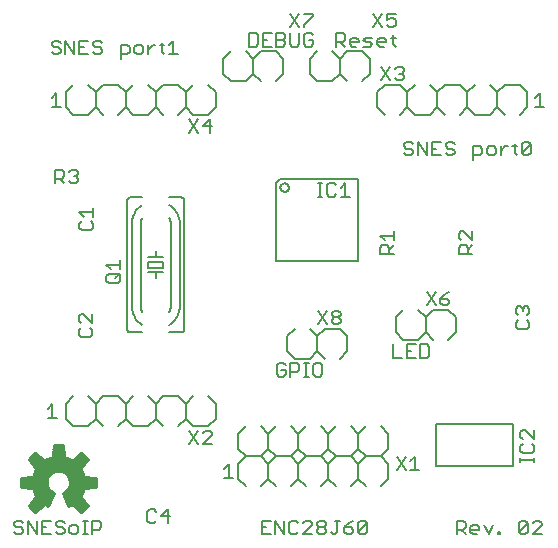
<source format=gto>
G75*
%MOIN*%
%OFA0B0*%
%FSLAX24Y24*%
%IPPOS*%
%LPD*%
%AMOC8*
5,1,8,0,0,1.08239X$1,22.5*
%
%ADD10C,0.0100*%
%ADD11C,0.0050*%
%ADD12C,0.0060*%
%ADD13C,0.0080*%
D10*
X002152Y002218D02*
X002465Y002218D01*
X002344Y002119D02*
X002251Y002119D01*
X002293Y002077D02*
X002077Y002293D01*
X002334Y002607D01*
X002288Y002690D01*
X002251Y002778D01*
X002225Y002869D01*
X001822Y002910D01*
X001822Y003215D01*
X002225Y003256D01*
X002251Y003347D01*
X002288Y003435D01*
X002334Y003518D01*
X002077Y003832D01*
X002293Y004047D01*
X002607Y003791D01*
X002690Y003837D01*
X002778Y003873D01*
X002869Y003900D01*
X002910Y004303D01*
X003215Y004303D01*
X003256Y003900D01*
X003347Y003873D01*
X003435Y003837D01*
X003518Y003791D01*
X003832Y004047D01*
X004047Y003832D01*
X003791Y003518D01*
X003837Y003435D01*
X003873Y003347D01*
X003900Y003256D01*
X004303Y003215D01*
X004303Y002910D01*
X003900Y002869D01*
X003873Y002778D01*
X003837Y002690D01*
X003791Y002607D01*
X004047Y002293D01*
X003832Y002077D01*
X003518Y002334D01*
X003456Y002298D01*
X003391Y002268D01*
X003212Y002702D01*
X003277Y002736D01*
X003334Y002782D01*
X003382Y002837D01*
X003418Y002901D01*
X003442Y002970D01*
X003453Y003042D01*
X003449Y003116D01*
X003433Y003187D01*
X003403Y003254D01*
X003361Y003314D01*
X003309Y003365D01*
X003248Y003406D01*
X003181Y003435D01*
X003109Y003450D01*
X003036Y003452D01*
X002963Y003440D01*
X002895Y003415D01*
X002832Y003378D01*
X002777Y003329D01*
X002732Y003271D01*
X002699Y003206D01*
X002679Y003135D01*
X002672Y003062D01*
X002677Y002997D01*
X002694Y002933D01*
X002721Y002873D01*
X002757Y002819D01*
X002802Y002771D01*
X002855Y002732D01*
X002913Y002702D01*
X002734Y002268D01*
X002669Y002298D01*
X002607Y002334D01*
X002293Y002077D01*
X002097Y002316D02*
X002586Y002316D01*
X002637Y002316D02*
X002753Y002316D01*
X002794Y002415D02*
X002177Y002415D01*
X002257Y002513D02*
X002835Y002513D01*
X002876Y002612D02*
X002331Y002612D01*
X002279Y002710D02*
X002896Y002710D01*
X002766Y002809D02*
X002242Y002809D01*
X001848Y002907D02*
X002705Y002907D01*
X002677Y003006D02*
X001822Y003006D01*
X001822Y003104D02*
X002676Y003104D01*
X002698Y003203D02*
X001822Y003203D01*
X002238Y003301D02*
X002756Y003301D01*
X002869Y003400D02*
X002273Y003400D01*
X002323Y003498D02*
X003802Y003498D01*
X003851Y003400D02*
X003257Y003400D01*
X003370Y003301D02*
X003887Y003301D01*
X003856Y003597D02*
X002269Y003597D01*
X002189Y003695D02*
X003936Y003695D01*
X004016Y003794D02*
X003521Y003794D01*
X003513Y003794D02*
X002612Y003794D01*
X002604Y003794D02*
X002108Y003794D01*
X002138Y003892D02*
X002483Y003892D01*
X002362Y003991D02*
X002236Y003991D01*
X002844Y003892D02*
X003281Y003892D01*
X003246Y003991D02*
X002878Y003991D01*
X002888Y004089D02*
X003236Y004089D01*
X003226Y004188D02*
X002898Y004188D01*
X002908Y004286D02*
X003216Y004286D01*
X003642Y003892D02*
X003987Y003892D01*
X003888Y003991D02*
X003763Y003991D01*
X003426Y003203D02*
X004303Y003203D01*
X004303Y003104D02*
X003450Y003104D01*
X003447Y003006D02*
X004303Y003006D01*
X004277Y002907D02*
X003420Y002907D01*
X003357Y002809D02*
X003882Y002809D01*
X003845Y002710D02*
X003229Y002710D01*
X003249Y002612D02*
X003794Y002612D01*
X003868Y002513D02*
X003290Y002513D01*
X003331Y002415D02*
X003948Y002415D01*
X004028Y002316D02*
X003539Y002316D01*
X003488Y002316D02*
X003371Y002316D01*
X003660Y002218D02*
X003972Y002218D01*
X003874Y002119D02*
X003780Y002119D01*
D11*
X001662Y001337D02*
X001587Y001412D01*
X001662Y001337D02*
X001813Y001337D01*
X001888Y001412D01*
X001888Y001488D01*
X001813Y001563D01*
X001662Y001563D01*
X001587Y001638D01*
X001587Y001713D01*
X001662Y001788D01*
X001813Y001788D01*
X001888Y001713D01*
X002048Y001788D02*
X002348Y001337D01*
X002348Y001788D01*
X002508Y001788D02*
X002508Y001337D01*
X002808Y001337D01*
X002969Y001412D02*
X003044Y001337D01*
X003194Y001337D01*
X003269Y001412D01*
X003269Y001488D01*
X003194Y001563D01*
X003044Y001563D01*
X002969Y001638D01*
X002969Y001713D01*
X003044Y001788D01*
X003194Y001788D01*
X003269Y001713D01*
X003429Y001563D02*
X003429Y001412D01*
X003504Y001337D01*
X003654Y001337D01*
X003729Y001412D01*
X003729Y001563D01*
X003654Y001638D01*
X003504Y001638D01*
X003429Y001563D01*
X003889Y001788D02*
X004039Y001788D01*
X003964Y001788D02*
X003964Y001337D01*
X003889Y001337D02*
X004039Y001337D01*
X004196Y001337D02*
X004196Y001788D01*
X004421Y001788D01*
X004497Y001713D01*
X004497Y001563D01*
X004421Y001488D01*
X004196Y001488D01*
X002808Y001788D02*
X002508Y001788D01*
X002508Y001563D02*
X002658Y001563D01*
X002048Y001337D02*
X002048Y001788D01*
X002712Y005212D02*
X003013Y005212D01*
X002863Y005212D02*
X002863Y005663D01*
X002712Y005513D01*
X003812Y007917D02*
X003737Y007992D01*
X003737Y008142D01*
X003812Y008217D01*
X003812Y008377D02*
X003737Y008452D01*
X003737Y008602D01*
X003812Y008677D01*
X003887Y008677D01*
X004187Y008377D01*
X004187Y008677D01*
X004112Y008217D02*
X004187Y008142D01*
X004187Y007992D01*
X004112Y007917D01*
X003812Y007917D01*
X005512Y008962D02*
X005512Y011662D01*
X005812Y011662D02*
X005812Y008962D01*
X005512Y008962D02*
X005514Y008906D01*
X005520Y008851D01*
X005529Y008796D01*
X005543Y008742D01*
X005560Y008689D01*
X005581Y008638D01*
X005605Y008588D01*
X005633Y008540D01*
X005664Y008493D01*
X005698Y008449D01*
X005735Y008408D01*
X005775Y008369D01*
X005817Y008333D01*
X005862Y008301D01*
X006762Y008301D02*
X006807Y008333D01*
X006849Y008369D01*
X006889Y008408D01*
X006926Y008450D01*
X006960Y008493D01*
X006991Y008540D01*
X007019Y008588D01*
X007043Y008638D01*
X007064Y008689D01*
X007081Y008742D01*
X007095Y008796D01*
X007104Y008851D01*
X007110Y008906D01*
X007112Y008962D01*
X007112Y011662D01*
X006812Y011662D02*
X006812Y008962D01*
X006811Y008924D01*
X006806Y008887D01*
X006799Y008850D01*
X006790Y008814D01*
X006777Y008778D01*
X006762Y008744D01*
X005862Y008744D02*
X005847Y008778D01*
X005834Y008814D01*
X005825Y008850D01*
X005818Y008887D01*
X005813Y008924D01*
X005812Y008962D01*
X005037Y009712D02*
X005112Y009787D01*
X005112Y009938D01*
X005037Y010013D01*
X004737Y010013D01*
X004662Y009938D01*
X004662Y009787D01*
X004737Y009712D01*
X005037Y009712D01*
X004962Y009863D02*
X005112Y010013D01*
X005112Y010173D02*
X005112Y010473D01*
X005112Y010323D02*
X004662Y010323D01*
X004812Y010173D01*
X004137Y011462D02*
X003837Y011462D01*
X003762Y011537D01*
X003762Y011688D01*
X003837Y011763D01*
X003912Y011923D02*
X003762Y012073D01*
X004212Y012073D01*
X004212Y011923D02*
X004212Y012223D01*
X004137Y011763D02*
X004212Y011688D01*
X004212Y011537D01*
X004137Y011462D01*
X003648Y013037D02*
X003498Y013037D01*
X003423Y013112D01*
X003263Y013037D02*
X003113Y013188D01*
X003188Y013188D02*
X002962Y013188D01*
X002962Y013037D02*
X002962Y013488D01*
X003188Y013488D01*
X003263Y013413D01*
X003263Y013263D01*
X003188Y013188D01*
X003423Y013413D02*
X003498Y013488D01*
X003648Y013488D01*
X003723Y013413D01*
X003723Y013338D01*
X003648Y013263D01*
X003723Y013188D01*
X003723Y013112D01*
X003648Y013037D01*
X003648Y013263D02*
X003573Y013263D01*
X003138Y015587D02*
X002837Y015587D01*
X002988Y015587D02*
X002988Y016038D01*
X002837Y015888D01*
X002912Y017337D02*
X002837Y017412D01*
X002912Y017337D02*
X003063Y017337D01*
X003138Y017412D01*
X003138Y017488D01*
X003063Y017563D01*
X002912Y017563D01*
X002837Y017638D01*
X002837Y017713D01*
X002912Y017788D01*
X003063Y017788D01*
X003138Y017713D01*
X003298Y017788D02*
X003598Y017337D01*
X003598Y017788D01*
X003758Y017788D02*
X003758Y017337D01*
X004058Y017337D01*
X004219Y017412D02*
X004294Y017337D01*
X004444Y017337D01*
X004519Y017412D01*
X004519Y017488D01*
X004444Y017563D01*
X004294Y017563D01*
X004219Y017638D01*
X004219Y017713D01*
X004294Y017788D01*
X004444Y017788D01*
X004519Y017713D01*
X004058Y017788D02*
X003758Y017788D01*
X003758Y017563D02*
X003908Y017563D01*
X003298Y017337D02*
X003298Y017788D01*
X005139Y017638D02*
X005139Y017187D01*
X005139Y017337D02*
X005365Y017337D01*
X005440Y017412D01*
X005440Y017563D01*
X005365Y017638D01*
X005139Y017638D01*
X005600Y017563D02*
X005600Y017412D01*
X005675Y017337D01*
X005825Y017337D01*
X005900Y017412D01*
X005900Y017563D01*
X005825Y017638D01*
X005675Y017638D01*
X005600Y017563D01*
X006060Y017638D02*
X006060Y017337D01*
X006060Y017488D02*
X006210Y017638D01*
X006285Y017638D01*
X006444Y017638D02*
X006594Y017638D01*
X006519Y017713D02*
X006519Y017412D01*
X006594Y017337D01*
X006751Y017337D02*
X007051Y017337D01*
X006901Y017337D02*
X006901Y017788D01*
X006751Y017638D01*
X007432Y015163D02*
X007733Y014712D01*
X007893Y014938D02*
X008193Y014938D01*
X008118Y015163D02*
X008118Y014712D01*
X007893Y014938D02*
X008118Y015163D01*
X007733Y015163D02*
X007432Y014712D01*
X005862Y012323D02*
X005817Y012291D01*
X005775Y012255D01*
X005735Y012216D01*
X005698Y012174D01*
X005664Y012131D01*
X005633Y012084D01*
X005605Y012036D01*
X005581Y011986D01*
X005560Y011935D01*
X005543Y011882D01*
X005529Y011828D01*
X005520Y011773D01*
X005514Y011718D01*
X005512Y011662D01*
X005812Y011662D02*
X005813Y011700D01*
X005818Y011737D01*
X005825Y011774D01*
X005834Y011810D01*
X005847Y011846D01*
X005862Y011880D01*
X006762Y011880D02*
X006777Y011846D01*
X006790Y011810D01*
X006799Y011774D01*
X006806Y011737D01*
X006811Y011700D01*
X006812Y011662D01*
X007112Y011662D02*
X007110Y011718D01*
X007104Y011773D01*
X007095Y011828D01*
X007081Y011882D01*
X007064Y011935D01*
X007043Y011986D01*
X007019Y012036D01*
X006991Y012084D01*
X006960Y012131D01*
X006926Y012175D01*
X006889Y012216D01*
X006849Y012255D01*
X006807Y012291D01*
X006762Y012323D01*
X006312Y010762D02*
X006312Y010562D01*
X006312Y010062D02*
X006312Y009862D01*
X010337Y006963D02*
X010337Y006662D01*
X010412Y006587D01*
X010563Y006587D01*
X010638Y006662D01*
X010638Y006813D01*
X010488Y006813D01*
X010638Y006963D02*
X010563Y007038D01*
X010412Y007038D01*
X010337Y006963D01*
X010798Y007038D02*
X010798Y006587D01*
X010798Y006738D02*
X011023Y006738D01*
X011098Y006813D01*
X011098Y006963D01*
X011023Y007038D01*
X010798Y007038D01*
X011258Y007038D02*
X011408Y007038D01*
X011333Y007038D02*
X011333Y006587D01*
X011258Y006587D02*
X011408Y006587D01*
X011565Y006662D02*
X011640Y006587D01*
X011790Y006587D01*
X011865Y006662D01*
X011865Y006963D01*
X011790Y007038D01*
X011640Y007038D01*
X011565Y006963D01*
X011565Y006662D01*
X011712Y008337D02*
X012013Y008788D01*
X012173Y008713D02*
X012173Y008638D01*
X012248Y008563D01*
X012398Y008563D01*
X012473Y008488D01*
X012473Y008412D01*
X012398Y008337D01*
X012248Y008337D01*
X012173Y008412D01*
X012173Y008488D01*
X012248Y008563D01*
X012398Y008563D02*
X012473Y008638D01*
X012473Y008713D01*
X012398Y008788D01*
X012248Y008788D01*
X012173Y008713D01*
X012013Y008337D02*
X011712Y008788D01*
X013787Y010667D02*
X013787Y010892D01*
X013862Y010967D01*
X014012Y010967D01*
X014087Y010892D01*
X014087Y010667D01*
X014087Y010817D02*
X014237Y010967D01*
X014237Y011127D02*
X014237Y011427D01*
X014237Y011277D02*
X013787Y011277D01*
X013937Y011127D01*
X013787Y010667D02*
X014237Y010667D01*
X015337Y009413D02*
X015638Y008962D01*
X015798Y009037D02*
X015798Y009188D01*
X016023Y009188D01*
X016098Y009113D01*
X016098Y009037D01*
X016023Y008962D01*
X015873Y008962D01*
X015798Y009037D01*
X015798Y009188D02*
X015948Y009338D01*
X016098Y009413D01*
X015638Y009413D02*
X015337Y008962D01*
X015358Y007663D02*
X015133Y007663D01*
X015133Y007212D01*
X015358Y007212D01*
X015433Y007287D01*
X015433Y007588D01*
X015358Y007663D01*
X014973Y007663D02*
X014673Y007663D01*
X014673Y007212D01*
X014973Y007212D01*
X014823Y007438D02*
X014673Y007438D01*
X014513Y007212D02*
X014212Y007212D01*
X014212Y007663D01*
X016412Y010667D02*
X016412Y010892D01*
X016487Y010967D01*
X016637Y010967D01*
X016712Y010892D01*
X016712Y010667D01*
X016712Y010817D02*
X016862Y010967D01*
X016862Y011127D02*
X016562Y011427D01*
X016487Y011427D01*
X016412Y011352D01*
X016412Y011202D01*
X016487Y011127D01*
X016862Y011127D02*
X016862Y011427D01*
X016862Y010667D02*
X016412Y010667D01*
X018312Y008852D02*
X018387Y008927D01*
X018462Y008927D01*
X018537Y008852D01*
X018612Y008927D01*
X018687Y008927D01*
X018762Y008852D01*
X018762Y008702D01*
X018687Y008627D01*
X018687Y008467D02*
X018762Y008392D01*
X018762Y008242D01*
X018687Y008167D01*
X018387Y008167D01*
X018312Y008242D01*
X018312Y008392D01*
X018387Y008467D01*
X018387Y008627D02*
X018312Y008702D01*
X018312Y008852D01*
X018537Y008852D02*
X018537Y008777D01*
X018537Y004802D02*
X018462Y004727D01*
X018462Y004577D01*
X018537Y004502D01*
X018537Y004342D02*
X018462Y004267D01*
X018462Y004117D01*
X018537Y004042D01*
X018837Y004042D01*
X018912Y004117D01*
X018912Y004267D01*
X018837Y004342D01*
X018912Y004502D02*
X018612Y004802D01*
X018537Y004802D01*
X018912Y004802D02*
X018912Y004502D01*
X018912Y003885D02*
X018912Y003735D01*
X018912Y003810D02*
X018462Y003810D01*
X018462Y003735D02*
X018462Y003885D01*
X018484Y001788D02*
X018634Y001788D01*
X018709Y001713D01*
X018409Y001412D01*
X018484Y001337D01*
X018634Y001337D01*
X018709Y001412D01*
X018709Y001713D01*
X018870Y001713D02*
X018945Y001788D01*
X019095Y001788D01*
X019170Y001713D01*
X019170Y001638D01*
X018870Y001337D01*
X019170Y001337D01*
X018409Y001412D02*
X018409Y001713D01*
X018484Y001788D01*
X017794Y001412D02*
X017794Y001337D01*
X017719Y001337D01*
X017719Y001412D01*
X017794Y001412D01*
X017558Y001638D02*
X017408Y001337D01*
X017258Y001638D01*
X017098Y001563D02*
X017098Y001488D01*
X016798Y001488D01*
X016798Y001563D02*
X016873Y001638D01*
X017023Y001638D01*
X017098Y001563D01*
X017023Y001337D02*
X016873Y001337D01*
X016798Y001412D01*
X016798Y001563D01*
X016638Y001563D02*
X016563Y001488D01*
X016337Y001488D01*
X016488Y001488D02*
X016638Y001337D01*
X016638Y001563D02*
X016638Y001713D01*
X016563Y001788D01*
X016337Y001788D01*
X016337Y001337D01*
X015098Y003462D02*
X014798Y003462D01*
X014948Y003462D02*
X014948Y003913D01*
X014798Y003763D01*
X014638Y003913D02*
X014337Y003462D01*
X014638Y003462D02*
X014337Y003913D01*
X013285Y001788D02*
X013360Y001713D01*
X013060Y001412D01*
X013135Y001337D01*
X013285Y001337D01*
X013360Y001412D01*
X013360Y001713D01*
X013285Y001788D02*
X013135Y001788D01*
X013060Y001713D01*
X013060Y001412D01*
X012900Y001412D02*
X012900Y001488D01*
X012825Y001563D01*
X012600Y001563D01*
X012600Y001412D01*
X012675Y001337D01*
X012825Y001337D01*
X012900Y001412D01*
X012600Y001563D02*
X012750Y001713D01*
X012900Y001788D01*
X012440Y001788D02*
X012289Y001788D01*
X012365Y001788D02*
X012365Y001412D01*
X012289Y001337D01*
X012214Y001337D01*
X012139Y001412D01*
X011979Y001412D02*
X011979Y001488D01*
X011904Y001563D01*
X011754Y001563D01*
X011679Y001638D01*
X011679Y001713D01*
X011754Y001788D01*
X011904Y001788D01*
X011979Y001713D01*
X011979Y001638D01*
X011904Y001563D01*
X011754Y001563D02*
X011679Y001488D01*
X011679Y001412D01*
X011754Y001337D01*
X011904Y001337D01*
X011979Y001412D01*
X011519Y001337D02*
X011219Y001337D01*
X011519Y001638D01*
X011519Y001713D01*
X011444Y001788D01*
X011294Y001788D01*
X011219Y001713D01*
X011058Y001713D02*
X010983Y001788D01*
X010833Y001788D01*
X010758Y001713D01*
X010758Y001412D01*
X010833Y001337D01*
X010983Y001337D01*
X011058Y001412D01*
X010598Y001337D02*
X010598Y001788D01*
X010298Y001788D02*
X010298Y001337D01*
X010138Y001337D02*
X009837Y001337D01*
X009837Y001788D01*
X010138Y001788D01*
X010298Y001788D02*
X010598Y001337D01*
X009988Y001563D02*
X009837Y001563D01*
X008888Y003212D02*
X008587Y003212D01*
X008738Y003212D02*
X008738Y003663D01*
X008587Y003513D01*
X008193Y004337D02*
X007893Y004337D01*
X008193Y004638D01*
X008193Y004713D01*
X008118Y004788D01*
X007968Y004788D01*
X007893Y004713D01*
X007733Y004788D02*
X007432Y004337D01*
X007733Y004337D02*
X007432Y004788D01*
X006717Y002163D02*
X006492Y001938D01*
X006792Y001938D01*
X006717Y002163D02*
X006717Y001712D01*
X006332Y001787D02*
X006256Y001712D01*
X006106Y001712D01*
X006031Y001787D01*
X006031Y002088D01*
X006106Y002163D01*
X006256Y002163D01*
X006332Y002088D01*
X011712Y012587D02*
X011863Y012587D01*
X011787Y012587D02*
X011787Y013038D01*
X011712Y013038D02*
X011863Y013038D01*
X012019Y012963D02*
X012019Y012662D01*
X012094Y012587D01*
X012245Y012587D01*
X012320Y012662D01*
X012480Y012587D02*
X012780Y012587D01*
X012630Y012587D02*
X012630Y013038D01*
X012480Y012888D01*
X012320Y012963D02*
X012245Y013038D01*
X012094Y013038D01*
X012019Y012963D01*
X014589Y014037D02*
X014664Y013962D01*
X014814Y013962D01*
X014889Y014037D01*
X014889Y014113D01*
X014814Y014188D01*
X014664Y014188D01*
X014589Y014263D01*
X014589Y014338D01*
X014664Y014413D01*
X014814Y014413D01*
X014889Y014338D01*
X015049Y014413D02*
X015349Y013962D01*
X015349Y014413D01*
X015509Y014413D02*
X015509Y013962D01*
X015810Y013962D01*
X015970Y014037D02*
X016045Y013962D01*
X016195Y013962D01*
X016270Y014037D01*
X016270Y014113D01*
X016195Y014188D01*
X016045Y014188D01*
X015970Y014263D01*
X015970Y014338D01*
X016045Y014413D01*
X016195Y014413D01*
X016270Y014338D01*
X015810Y014413D02*
X015509Y014413D01*
X015509Y014188D02*
X015660Y014188D01*
X015049Y013962D02*
X015049Y014413D01*
X016891Y014263D02*
X016891Y013812D01*
X016891Y013962D02*
X017116Y013962D01*
X017191Y014037D01*
X017191Y014188D01*
X017116Y014263D01*
X016891Y014263D01*
X017351Y014188D02*
X017351Y014037D01*
X017426Y013962D01*
X017576Y013962D01*
X017651Y014037D01*
X017651Y014188D01*
X017576Y014263D01*
X017426Y014263D01*
X017351Y014188D01*
X017811Y014263D02*
X017811Y013962D01*
X017811Y014113D02*
X017962Y014263D01*
X018037Y014263D01*
X018195Y014263D02*
X018345Y014263D01*
X018270Y014338D02*
X018270Y014037D01*
X018345Y013962D01*
X018502Y014037D02*
X018802Y014338D01*
X018802Y014037D01*
X018727Y013962D01*
X018577Y013962D01*
X018502Y014037D01*
X018502Y014338D01*
X018577Y014413D01*
X018727Y014413D01*
X018802Y014338D01*
X018962Y015587D02*
X019263Y015587D01*
X019113Y015587D02*
X019113Y016038D01*
X018962Y015888D01*
X014582Y016537D02*
X014507Y016462D01*
X014357Y016462D01*
X014282Y016537D01*
X014122Y016462D02*
X013822Y016913D01*
X014122Y016913D02*
X013822Y016462D01*
X014282Y016838D02*
X014357Y016913D01*
X014507Y016913D01*
X014582Y016838D01*
X014582Y016763D01*
X014507Y016688D01*
X014582Y016613D01*
X014582Y016537D01*
X014507Y016688D02*
X014432Y016688D01*
X014306Y017587D02*
X014231Y017662D01*
X014231Y017963D01*
X014155Y017888D02*
X014306Y017888D01*
X013995Y017813D02*
X013995Y017738D01*
X013695Y017738D01*
X013695Y017813D02*
X013770Y017888D01*
X013920Y017888D01*
X013995Y017813D01*
X013920Y017587D02*
X013770Y017587D01*
X013695Y017662D01*
X013695Y017813D01*
X013535Y017888D02*
X013310Y017888D01*
X013235Y017813D01*
X013310Y017738D01*
X013460Y017738D01*
X013535Y017662D01*
X013460Y017587D01*
X013235Y017587D01*
X013075Y017738D02*
X012774Y017738D01*
X012774Y017813D02*
X012849Y017888D01*
X012999Y017888D01*
X013075Y017813D01*
X013075Y017738D01*
X012999Y017587D02*
X012849Y017587D01*
X012774Y017662D01*
X012774Y017813D01*
X012614Y017813D02*
X012614Y017963D01*
X012539Y018038D01*
X012314Y018038D01*
X012314Y017587D01*
X012314Y017738D02*
X012539Y017738D01*
X012614Y017813D01*
X012464Y017738D02*
X012614Y017587D01*
X011552Y017662D02*
X011477Y017587D01*
X011327Y017587D01*
X011252Y017662D01*
X011252Y017963D01*
X011327Y018038D01*
X011477Y018038D01*
X011552Y017963D01*
X011552Y017813D02*
X011402Y017813D01*
X011552Y017813D02*
X011552Y017662D01*
X011092Y017662D02*
X011017Y017587D01*
X010867Y017587D01*
X010792Y017662D01*
X010792Y018038D01*
X010631Y017963D02*
X010631Y017888D01*
X010556Y017813D01*
X010331Y017813D01*
X010331Y018038D02*
X010331Y017587D01*
X010556Y017587D01*
X010631Y017662D01*
X010631Y017738D01*
X010556Y017813D01*
X010631Y017963D02*
X010556Y018038D01*
X010331Y018038D01*
X010171Y018038D02*
X009871Y018038D01*
X009871Y017587D01*
X010171Y017587D01*
X010021Y017813D02*
X009871Y017813D01*
X009711Y017963D02*
X009636Y018038D01*
X009410Y018038D01*
X009410Y017587D01*
X009636Y017587D01*
X009711Y017662D01*
X009711Y017963D01*
X010792Y018242D02*
X011092Y018693D01*
X011252Y018693D02*
X011552Y018693D01*
X011552Y018618D01*
X011252Y018317D01*
X011252Y018242D01*
X011092Y018242D02*
X010792Y018693D01*
X011092Y018038D02*
X011092Y017662D01*
X013542Y018242D02*
X013842Y018693D01*
X014002Y018693D02*
X014002Y018468D01*
X014152Y018543D01*
X014227Y018543D01*
X014302Y018468D01*
X014302Y018317D01*
X014227Y018242D01*
X014077Y018242D01*
X014002Y018317D01*
X013842Y018242D02*
X013542Y018693D01*
X014002Y018693D02*
X014302Y018693D01*
D12*
X013187Y017437D02*
X012687Y017437D01*
X012437Y017187D01*
X012187Y017437D01*
X012437Y017187D02*
X012437Y016687D01*
X012187Y016437D01*
X011687Y016437D01*
X011437Y016687D01*
X011437Y017187D01*
X011687Y017437D01*
X012437Y016687D02*
X012687Y016437D01*
X013187Y016437D02*
X013437Y016687D01*
X013437Y017187D01*
X013187Y017437D01*
X013937Y016312D02*
X014437Y016312D01*
X014687Y016062D01*
X014687Y015562D01*
X014437Y015312D01*
X014687Y015562D02*
X014937Y015312D01*
X015437Y015312D01*
X015687Y015562D01*
X015687Y016062D01*
X015437Y016312D01*
X015687Y016062D02*
X015937Y016312D01*
X016437Y016312D01*
X016687Y016062D01*
X016937Y016312D01*
X016687Y016062D02*
X016687Y015562D01*
X016437Y015312D01*
X016687Y015562D02*
X016937Y015312D01*
X017437Y015312D01*
X017687Y015562D01*
X017687Y016062D01*
X017437Y016312D01*
X017687Y016062D02*
X017937Y016312D01*
X018437Y016312D01*
X018687Y016062D01*
X018687Y015562D01*
X018437Y015312D01*
X017937Y015312D02*
X017687Y015562D01*
X015937Y015312D02*
X015687Y015562D01*
X014937Y016312D02*
X014687Y016062D01*
X013937Y016312D02*
X013687Y016062D01*
X013687Y015562D01*
X013937Y015312D01*
X013067Y013192D02*
X010447Y013192D01*
X010307Y013053D01*
X010307Y010432D01*
X013067Y010432D01*
X013067Y013192D01*
X010466Y012892D02*
X010468Y012915D01*
X010474Y012938D01*
X010483Y012959D01*
X010496Y012979D01*
X010512Y012996D01*
X010530Y013010D01*
X010550Y013021D01*
X010572Y013029D01*
X010595Y013033D01*
X010619Y013033D01*
X010642Y013029D01*
X010664Y013021D01*
X010684Y013010D01*
X010702Y012996D01*
X010718Y012979D01*
X010731Y012959D01*
X010740Y012938D01*
X010746Y012915D01*
X010748Y012892D01*
X010746Y012869D01*
X010740Y012846D01*
X010731Y012825D01*
X010718Y012805D01*
X010702Y012788D01*
X010684Y012774D01*
X010664Y012763D01*
X010642Y012755D01*
X010619Y012751D01*
X010595Y012751D01*
X010572Y012755D01*
X010550Y012763D01*
X010530Y012774D01*
X010512Y012788D01*
X010496Y012805D01*
X010483Y012825D01*
X010474Y012846D01*
X010468Y012869D01*
X010466Y012892D01*
X008062Y015312D02*
X008312Y015562D01*
X008312Y016062D01*
X008062Y016312D01*
X007562Y016312D02*
X007312Y016062D01*
X007062Y016312D01*
X006562Y016312D01*
X006312Y016062D01*
X006312Y015562D01*
X006562Y015312D01*
X006312Y015562D02*
X006062Y015312D01*
X005562Y015312D01*
X005312Y015562D01*
X005062Y015312D01*
X005312Y015562D02*
X005312Y016062D01*
X005562Y016312D01*
X005312Y016062D02*
X005062Y016312D01*
X004562Y016312D01*
X004312Y016062D01*
X004312Y015562D01*
X004562Y015312D01*
X004312Y015562D02*
X004062Y015312D01*
X003562Y015312D01*
X003312Y015562D01*
X003312Y016062D01*
X003562Y016312D01*
X004062Y016312D02*
X004312Y016062D01*
X006062Y016312D02*
X006312Y016062D01*
X007062Y015312D02*
X007312Y015562D01*
X007562Y015312D01*
X008062Y015312D01*
X007312Y015562D02*
X007312Y016062D01*
X008562Y016687D02*
X008562Y017187D01*
X008812Y017437D01*
X009312Y017437D02*
X009562Y017187D01*
X009812Y017437D01*
X010312Y017437D01*
X010562Y017187D01*
X010562Y016687D01*
X010312Y016437D01*
X009812Y016437D02*
X009562Y016687D01*
X009312Y016437D01*
X008812Y016437D01*
X008562Y016687D01*
X009562Y016687D02*
X009562Y017187D01*
X007162Y012562D02*
X006762Y012562D01*
X007162Y012562D02*
X007179Y012560D01*
X007196Y012556D01*
X007212Y012549D01*
X007226Y012539D01*
X007239Y012526D01*
X007249Y012512D01*
X007256Y012496D01*
X007260Y012479D01*
X007262Y012462D01*
X007262Y008162D01*
X007260Y008145D01*
X007256Y008128D01*
X007249Y008112D01*
X007239Y008098D01*
X007226Y008085D01*
X007212Y008075D01*
X007196Y008068D01*
X007179Y008064D01*
X007162Y008062D01*
X006762Y008062D01*
X005862Y008062D02*
X005462Y008062D01*
X005445Y008064D01*
X005428Y008068D01*
X005412Y008075D01*
X005398Y008085D01*
X005385Y008098D01*
X005375Y008112D01*
X005368Y008128D01*
X005364Y008145D01*
X005362Y008162D01*
X005362Y012462D01*
X005364Y012479D01*
X005368Y012496D01*
X005375Y012512D01*
X005385Y012526D01*
X005398Y012539D01*
X005412Y012549D01*
X005428Y012556D01*
X005445Y012560D01*
X005462Y012562D01*
X005862Y012562D01*
X006062Y010562D02*
X006312Y010562D01*
X006562Y010562D01*
X006562Y010412D02*
X006062Y010412D01*
X006062Y010212D01*
X006562Y010212D01*
X006562Y010412D01*
X006562Y010062D02*
X006312Y010062D01*
X006062Y010062D01*
X006062Y005937D02*
X006312Y005687D01*
X006562Y005937D01*
X007062Y005937D01*
X007312Y005687D01*
X007562Y005937D01*
X007312Y005687D02*
X007312Y005187D01*
X007562Y004937D01*
X008062Y004937D01*
X008312Y005187D01*
X008312Y005687D01*
X008062Y005937D01*
X007312Y005187D02*
X007062Y004937D01*
X006562Y004937D02*
X006312Y005187D01*
X006312Y005687D01*
X006312Y005187D02*
X006062Y004937D01*
X005562Y004937D01*
X005312Y005187D01*
X005062Y004937D01*
X005312Y005187D02*
X005312Y005687D01*
X005562Y005937D01*
X005312Y005687D02*
X005062Y005937D01*
X004562Y005937D01*
X004312Y005687D01*
X004312Y005187D01*
X004562Y004937D01*
X004312Y005187D02*
X004062Y004937D01*
X003562Y004937D01*
X003312Y005187D01*
X003312Y005687D01*
X003562Y005937D01*
X004062Y005937D02*
X004312Y005687D01*
X009062Y004687D02*
X009062Y004187D01*
X009312Y003937D01*
X009062Y003687D01*
X009062Y003187D01*
X009312Y002937D01*
X009812Y002937D02*
X010062Y003187D01*
X010312Y002937D01*
X010062Y003187D02*
X010062Y003687D01*
X010312Y003937D01*
X010062Y004187D01*
X009812Y003937D01*
X010062Y003687D01*
X009812Y003937D02*
X009312Y003937D01*
X009062Y004687D02*
X009312Y004937D01*
X009812Y004937D02*
X010062Y004687D01*
X010312Y004937D01*
X010062Y004687D02*
X010062Y004187D01*
X010312Y003937D02*
X010812Y003937D01*
X011062Y003687D01*
X011312Y003937D01*
X011812Y003937D01*
X012062Y003687D01*
X012312Y003937D01*
X012062Y004187D01*
X011812Y003937D01*
X012062Y003687D02*
X012062Y003187D01*
X012312Y002937D01*
X012062Y003187D02*
X011812Y002937D01*
X011312Y002937D02*
X011062Y003187D01*
X010812Y002937D01*
X011062Y003187D02*
X011062Y003687D01*
X010812Y003937D02*
X011062Y004187D01*
X011312Y003937D01*
X011062Y004187D02*
X011062Y004687D01*
X011312Y004937D01*
X011062Y004687D02*
X010812Y004937D01*
X011812Y004937D02*
X012062Y004687D01*
X012312Y004937D01*
X012062Y004687D02*
X012062Y004187D01*
X012312Y003937D02*
X012812Y003937D01*
X013062Y004187D01*
X013312Y003937D01*
X013062Y003687D01*
X012812Y003937D01*
X013062Y003687D02*
X013062Y003187D01*
X013312Y002937D01*
X013062Y003187D02*
X012812Y002937D01*
X013312Y003937D02*
X013812Y003937D01*
X014062Y003687D01*
X014062Y003187D01*
X013812Y002937D01*
X013812Y003937D02*
X014062Y004187D01*
X014062Y004687D01*
X013812Y004937D01*
X013312Y004937D02*
X013062Y004687D01*
X012812Y004937D01*
X013062Y004687D02*
X013062Y004187D01*
X012437Y007187D02*
X012687Y007437D01*
X012687Y007937D01*
X012437Y008187D01*
X011937Y008187D01*
X011687Y007937D01*
X011687Y007437D01*
X011937Y007187D01*
X011687Y007437D02*
X011437Y007187D01*
X010937Y007187D01*
X010687Y007437D01*
X010687Y007937D01*
X010937Y008187D01*
X011437Y008187D02*
X011687Y007937D01*
X014312Y008062D02*
X014562Y007812D01*
X015062Y007812D01*
X015312Y008062D01*
X015562Y007812D01*
X015312Y008062D02*
X015312Y008562D01*
X015562Y008812D01*
X016062Y008812D01*
X016312Y008562D01*
X016312Y008062D01*
X016062Y007812D01*
X015312Y008562D02*
X015062Y008812D01*
X014562Y008812D02*
X014312Y008562D01*
X014312Y008062D01*
D13*
X015647Y005012D02*
X018228Y005012D01*
X018228Y003612D01*
X015647Y003612D01*
X015647Y005012D01*
M02*

</source>
